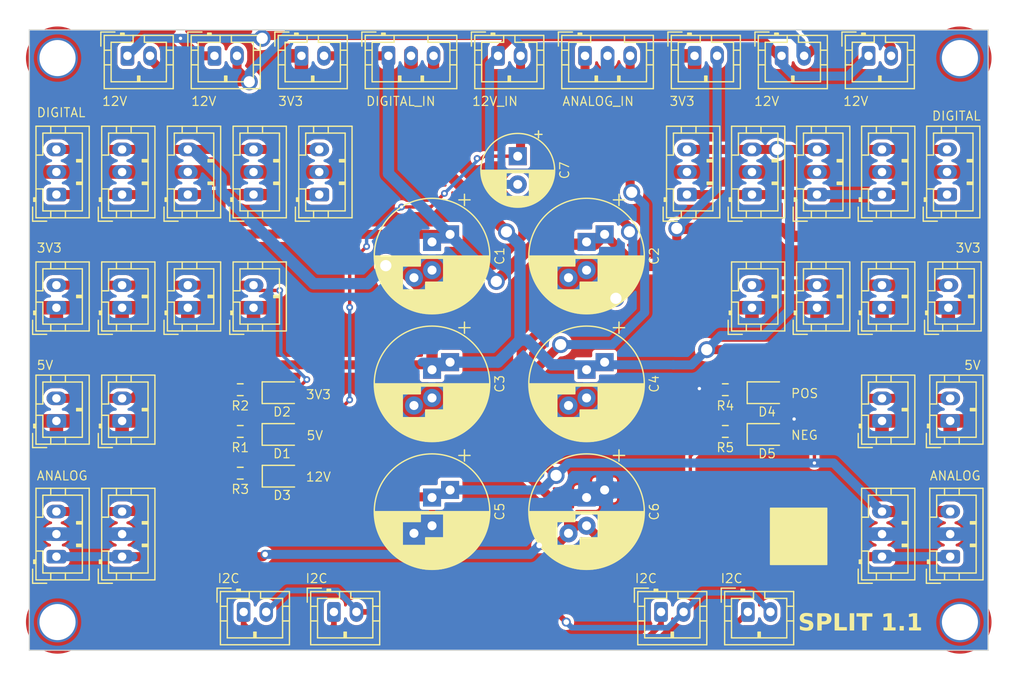
<source format=kicad_pcb>
(kicad_pcb (version 20240108) (generator "pcbnew") (generator_version "8.0")
  (layers (0 "F.Cu" signal) (31 "B.Cu" signal) (34 "B.Paste" user) (35 "F.Paste" user) (36 "B.SilkS" user "B.Silkscreen") (37 "F.SilkS" user "F.Silkscreen") (38 "B.Mask" user) (39 "F.Mask" user) (44 "Edge.Cuts" user))
  (net 0 "")
  (net 1 "GND")
  (net 2 "5V")
  (net 3 "3V3")
  (net 4 "RELAY_GND")
  (net 5 "12V")
  (net 6 "DC_POS")
  (net 7 "AGND")
  (net 8 "DC_NEG")
  (net 9 "SDA")
  (net 10 "SCL")
  (net 11 "Net-(D1-K)")
  (net 12 "Net-(D2-K)")
  (net 13 "Net-(D3-K)")
  (net 14 "Net-(D4-K)")
  (net 15 "Net-(D5-K)")
  (footprint "Connector_JST:JST_PH_B3B-PH-K_1x03_P2.00mm_Vertical" (layer "F.Cu") (at 167.257144 78.1 90)
    (property "Reference" "J13" (hide yes))
    (property "Value" "Conn_01x03_Male")
  )
  (footprint "Connector_JST:JST_PH_B3B-PH-K_1x03_P2.00mm_Vertical" (layer "F.Cu") (at 149.964286 78.1 90)
    (property "Reference" "J14" (hide yes))
    (property "Value" "Conn_01x03_Male")
  )
  (footprint "Connector_JST:JST_PH_B3B-PH-K_1x03_P2.00mm_Vertical" (layer "F.Cu") (at 94.125 78.1 90)
    (property "Reference" "J16" (hide yes))
    (property "Value" "Conn_01x03_Male")
  )
  (footprint "Capacitor_THT:CP_Radial_D10.0mm_P2.50mm_P5.00mm" (layer "F.Cu") (at 121.6 82.3 -90)
    (property "Reference" "C1")
    (property "Value" "220u 10V")
  )
  (footprint "Connector_JST:JST_PH_B2B-PH-K_1x02_P2.00mm_Vertical" (layer "F.Cu") (at 141.9 115.1)
    (property "Reference" "J32" (hide yes))
    (property "Value" "Conn_01x02_Pin")
  )
  (footprint "Connector_JST:JST_PH_B3B-PH-K_1x03_P2.00mm_Vertical" (layer "F.Cu") (at 161.492858 110.2 90)
    (property "Reference" "J7" (hide yes))
    (property "Value" "Conn_01x03_Male")
  )
  (footprint "MountingHole:MountingHole_3.2mm_M3_DIN965_Pad_TopOnly" (layer "F.Cu") (at 88.4 66 90)
    (property "Reference" "H1" (hide yes))
    (property "Value" "MountingHole")
  )
  (footprint "MountingHole:MountingHole_3.2mm_M3_DIN965_Pad_TopOnly" (layer "F.Cu") (at 88.4 116 90)
    (property "Reference" "H3" (hide yes))
    (property "Value" "MountingHole")
  )
  (footprint "Connector_JST:JST_PH_B2B-PH-K_1x02_P2.00mm_Vertical" (layer "F.Cu") (at 104.9 115.1)
    (property "Reference" "J31" (hide yes))
    (property "Value" "Conn_01x02_Pin")
  )
  (footprint "Connector_JST:JST_PH_B2B-PH-K_1x02_P2.00mm_Vertical" (layer "F.Cu") (at 112.9 115.1)
    (property "Reference" "J30" (hide yes))
    (property "Value" "Conn_01x02_Pin")
  )
  (footprint "MountingHole:MountingHole_3.2mm_M3_DIN965_Pad_TopOnly" (layer "F.Cu") (at 168.4 66 90)
    (property "Reference" "H2" (hide yes))
    (property "Value" "MountingHole")
  )
  (footprint "Capacitor_THT:CP_Radial_D10.0mm_P2.50mm_P5.00mm" (layer "F.Cu") (at 135.3 93.629063 -90)
    (property "Reference" "C4")
    (property "Value" "220u 10V")
  )
  (footprint "Capacitor_THT:CP_Radial_D10.0mm_P2.50mm_P5.00mm" (layer "F.Cu") (at 135.3 104.958126 -90)
    (property "Reference" "C6")
    (property "Value" "220u 10V")
  )
  (footprint "Connector_JST:JST_PH_B2B-PH-K_1x02_P2.00mm_Vertical" (layer "F.Cu") (at 161.492858 88.133333 90)
    (property "Reference" "J4" (hide yes))
    (property "Value" "Conn_01x02_Pin")
  )
  (footprint "Resistor_SMD:R_0603_1608Metric_Pad0.98x0.95mm_HandSolder" (layer "F.Cu") (at 104.6 99.1 180)
    (property "Reference" "R1")
    (property "Value" "R_Small")
  )
  (footprint "Connector_JST:JST_PH_B3B-PH-K_1x03_P2.00mm_Vertical" (layer "F.Cu") (at 88.3 78.1 90)
    (property "Reference" "J15" (hide yes))
    (property "Value" "Conn_01x03_Male")
  )
  (footprint "LED_SMD:LED_0805_2012Metric_Pad1.15x1.40mm_HandSolder" (layer "F.Cu") (at 108.4 95.665)
    (property "Reference" "D2")
    (property "Value" "RED")
  )
  (footprint "Connector_JST:JST_PH_B2B-PH-K_1x02_P2.00mm_Vertical" (layer "F.Cu") (at 94.125 88.133333 90)
    (property "Reference" "J11" (hide yes))
    (property "Value" "Conn_01x02_Pin")
  )
  (footprint "Connector_JST:JST_PH_B2B-PH-K_1x02_P2.00mm_Vertical" (layer "F.Cu") (at 94.125 98.166666 90)
    (property "Reference" "J27" (hide yes))
    (property "Value" "Conn_01x02_Pin")
  )
  (footprint "Connector_JST:JST_PH_B3B-PH-K_1x03_P2.00mm_Vertical" (layer "F.Cu") (at 144.2 78.1 90)
    (property "Reference" "J37" (hide yes))
    (property "Value" "Conn_01x03_Male")
  )
  (footprint "LED_SMD:LED_0805_2012Metric_Pad1.15x1.40mm_HandSolder" (layer "F.Cu") (at 151.4 99.365)
    (property "Reference" "D5")
    (property "Value" "RED")
  )
  (footprint "Resistor_SMD:R_0603_1608Metric_Pad0.98x0.95mm_HandSolder" (layer "F.Cu") (at 147.6 95.4 180)
    (property "Reference" "R4")
    (property "Value" "R_Small")
  )
  (footprint "Connector_JST:JST_PH_B2B-PH-K_1x02_P2.00mm_Vertical" (layer "F.Cu") (at 160.3 65.8)
    (property "Reference" "J24" (hide yes))
    (property "Value" "Conn_01x02_Pin")
  )
  (footprint "Connector_JST:JST_PH_B3B-PH-K_1x03_P2.00mm_Vertical" (layer "F.Cu") (at 167.535714 110.2 90)
    (property "Reference" "J21" (hide yes))
    (property "Value" "Conn_01x03_Male")
  )
  (footprint "Connector_JST:JST_PH_B2B-PH-K_1x02_P2.00mm_Vertical" (layer "F.Cu") (at 105.775 88.133333 90)
    (property "Reference" "J38" (hide yes))
    (property "Value" "Conn_01x02_Pin")
  )
  (footprint "LED_SMD:LED_0805_2012Metric_Pad1.15x1.40mm_HandSolder" (layer "F.Cu") (at 108.4125 103.065)
    (property "Reference" "D3")
    (property "Value" "RED")
  )
  (footprint "Capacitor_THT:CP_Radial_D10.0mm_P2.50mm_P5.00mm" (layer "F.Cu") (at 121.6 104.958126 -90)
    (property "Reference" "C5")
    (property "Value" "220u 10V")
  )
  (footprint "Connector_JST:JST_PH_B2B-PH-K_1x02_P2.00mm_Vertical" (layer "F.Cu") (at 149.964286 88.133333 90)
    (property "Reference" "J39" (hide yes))
    (property "Value" "Conn_01x02_Pin")
  )
  (footprint "Connector_JST:JST_PH_B2B-PH-K_1x02_P2.00mm_Vertical" (layer "F.Cu") (at 144.875 65.8)
    (property "Reference" "J34" (hide yes))
    (property "Value" "Conn_01x02_Pin")
  )
  (footprint "Connector_JST:JST_PH_B3B-PH-K_1x03_P2.00mm_Vertical" (layer "F.Cu") (at 94.125 110.2 90)
    (property "Reference" "J22" (hide yes))
    (property "Value" "Conn_01x03_Male")
  )
  (footprint "LED_SMD:LED_0805_2012Metric_Pad1.15x1.40mm_HandSolder" (layer "F.Cu") (at 151.4 95.665)
    (property "Reference" "D4")
    (property "Value" "RED")
  )
  (footprint "Connector_JST:JST_PH_B2B-PH-K_1x02_P2.00mm_Vertical" (layer "F.Cu") (at 155.728572 88.133333 90)
    (property "Reference" "J12" (hide yes))
    (property "Value" "Conn_01x02_Pin")
  )
  (footprint "Connector_JST:JST_PH_B3B-PH-K_1x03_P2.00mm_Vertical" (layer "F.Cu") (at 88.3 110.2 90)
    (property "Reference" "J20" (hide yes))
    (property "Value" "Conn_01x03_Male")
  )
  (footprint "Connector_JST:JST_PH_B3B-PH-K_1x03_P2.00mm_Vertical" (layer "F.Cu") (at 135.1625 65.8)
    (property "Reference" "J3" (hide yes))
    (property "Value" "Conn_01x03_Pin")
  )
  (footprint "Capacitor_THT:CP_Radial_D10.0mm_P2.50mm_P5.00mm" (layer "F.Cu") (at 121.6 93.629063 -90)
    (property "Reference" "C3")
    (property "Value" "220u 10V")
  )
  (footprint "Connector_JST:JST_PH_B2B-PH-K_1x02_P2.00mm_Vertical" (layer "F.Cu") (at 99.95 88.133333 90)
    (property "Reference" "J9" (hide yes))
    (property "Value" "Conn_01x02_Pin")
  )
  (footprint "Connector_JST:JST_PH_B2B-PH-K_1x02_P2.00mm_Vertical" (layer "F.Cu") (at 110.025 65.8)
    (property "Reference" "J35" (hide yes))
    (property "Value" "Conn_01x02_Pin")
  )
  (footprint "Connector_JST:JST_PH_B2B-PH-K_1x02_P2.00mm_Vertical" (layer "F.Cu") (at 167.371428 88.133333 90)
    (property "Reference" "J8" (hide yes))
    (property "Value" "Conn_01x02_Pin")
  )
  (footprint "Resistor_SMD:R_0603_1608Metric_Pad0.98x0.95mm_HandSolder" (layer "F.Cu") (at 104.6 102.8 180)
    (property "Reference" "R3")
    (property "Value" "R_Small")
  )
  (footprint "Connector_JST:JST_PH_B3B-PH-K_1x03_P2.00mm_Vertical" (layer "F.Cu") (at 105.775 78.1 90)
    (property "Reference" "J18" (hide yes))
    (property "Value" "Conn_01x03_Male")
  )
  (footprint "Connector_JST:JST_PH_B2B-PH-K_1x02_P2.00mm_Vertical" (layer "F.Cu") (at 127.45 65.8)
    (property "Reference" "J2" (hide yes))
    (property "Value" "Conn_01x02_Pin")
  )
  (footprint "Resistor_SMD:R_0603_1608Metric_Pad0.98x0.95mm_HandSolder" (layer "F.Cu") (at 147.6 99.1 180)
    (property "Reference" "R5")
    (property "Value" "R_Small")
  )
  (footprint "Connector_JST:JST_PH_B2B-PH-K_1x02_P2.00mm_Vertical" (layer "F.Cu") (at 161.492858 98.166666 90)
    (property "Reference" "J28" (hide yes))
    (property "Value" "Conn_01x02_Pin")
  )
  (footprint "Resistor_SMD:R_0603_1608Metric_Pad0.98x0.95mm_HandSolder" (layer "F.Cu") (at 104.6 95.4 180)
    (property "Reference" "R2")
    (property "Value" "R_Small")
  )
  (footprint "Connector_JST:JST_PH_B3B-PH-K_1x03_P2.00mm_Vertical" (layer "F.Cu") (at 161.492858 78.1 90)
    (property "Reference" "J17" (hide yes))
    (property "Value" "Conn_01x03_Male")
  )
  (footprint "LED_SMD:LED_0805_2012Metric_Pad1.15x1.40mm_HandSolder" (layer "F.Cu") (at 108.4 99.365)
    (property "Reference" "D1")
    (property "Value" "RED")
  )
  (footprint "Capacitor_THT:CP_Radial_D10.0mm_P2.50mm_P5.00mm" (layer "F.Cu") (at 135.3 82.3 -90)
    (property "Reference" "C2")
    (property "Value" "220u 10V")
  )
  (footprint "Connector_JST:JST_PH_B2B-PH-K_1x02_P2.00mm_Vertical" (layer "F.Cu") (at 167.535714 98.166666 90)
    (property "Reference" "J29" (hide yes))
    (property "Value" "Conn_01x02_Pin")
  )
  (footprint "MountingHole:MountingHole_3.2mm_M3_DIN965_Pad_TopOnly" (layer "F.Cu") (at 168.4 116 90)
    (property "Reference" "H4" (hide yes))
    (property "Value" "MountingHole")
  )
  (footprint "Capacitor_THT:CP_Radial_D6.3mm_P2.50mm" (layer "F.Cu") (at 129.2 74.7 -90)
    (property "Reference" "C7")
    (property "Value" "220u 10V")
  )
  (footprint "Connector_JST:JST_PH_B3B-PH-K_1x03_P2.00mm_Vertical" (layer "F.Cu") (at 117.7375 65.8)
    (property "Reference" "J1" (hide yes))
    (property "Value" "Conn_01x03_Pin")
  )
  (footprint "Connector_JST:JST_PH_B2B-PH-K_1x02_P2.00mm_Vertical" (layer "F.Cu") (at 88.3 98.166666 90)
    (property "Reference" "J26" (hide yes))
    (property "Value" "Conn_01x02_Pin")
  )
  (footprint "Connector_JST:JST_PH_B3B-PH-K_1x03_P2.00mm_Vertical" (layer "F.Cu") (at 155.728572 78.1 90)
    (property "Reference" "J5" (hide yes))
    (property "Value" "Conn_01x03_Male")
  )
  (footprint "Connector_JST:JST_PH_B3B-PH-K_1x03_P2.00mm_Vertical" (layer "F.Cu") (at 99.95 78.1 90)
    (property "Reference" "J19" (hide yes))
    (property "Value" "Conn_01x03_Male")
  )
  (footprint "Connector_JST:JST_PH_B3B-PH-K_1x03_P2.00mm_Vertical" (layer "F.Cu") (at 111.6 78.1 90)
    (property "Reference" "J36" (hide yes))
    (property "Value" "Conn_01x03_Male")
  )
  (footprint "Connector_JST:JST_PH_B2B-PH-K_1x02_P2.00mm_Vertical" (layer "F.Cu") (at 88.3 88.133333 90)
    (property "Reference" "J10" (hide yes))
    (property "Value" "Conn_01x02_Pin")
  )
  (footprint "Connector_JST:JST_PH_B2B-PH-K_1x02_P2.00mm_Vertical" (layer "F.Cu") (at 94.6 65.8)
    (property "Reference" "J25" (hide yes))
    (property "Value" "Conn_01x02_Pin")
  )
  (footprint "Connector_JST:JST_PH_B2B-PH-K_1x02_P2.00mm_Vertical" (layer "F.Cu") (at 152.5875 65.8)
    (property "Reference" "J6" (hide yes))
    (property "Value" "Conn_01x02_Pin")
  )
  (footprint "Connector_JST:JST_PH_B2B-PH-K_1x02_P2.00mm_Vertical" (layer "F.Cu") (at 102.3125 65.8)
    (property "Reference" "J23" (hide yes))
    (property "Value" "Conn_01x02_Pin")
  )
  (footprint "Connector_JST:JST_PH_B2B-PH-K_1x02_P2.00mm_Vertical" (layer "F.Cu") (at 149.6 115.1)
    (property "Reference" "J33" (hide yes))
    (property "Value" "Conn_01x02_Pin")
  )
  (gr_rect (start 151.6 105.9) (end 156.6 110.9) (stroke (width 0.1)) (fill solid) (layer "F.SilkS"))
  (gr_line (start 170.9 63.5) (end 170.9 118.5) (stroke (width 0.1)) (layer "Edge.Cuts"))
  (gr_line (start 85.9 63.5) (end 170.9 63.5) (stroke (width 0.1)) (layer "Edge.Cuts"))
  (gr_line (start 85.9 118.5) (end 85.9 63.5) (stroke (width 0.1)) (layer "Edge.Cuts"))
  (gr_line (start 170.9 118.5) (end 85.9 118.5) (stroke (width 0.1)) (layer "Edge.Cuts"))
  (gr_text "DIGITAL_IN" (at 115.7 70.3 0) (layer "F.SilkS") (effects (font (size 0.8 0.8) (thickness 0.1)) (justify left bottom)))
  (gr_text "NEG" (at 155.861905 99.9 0) (layer "F.SilkS") (effects (font (size 0.8 0.8) (thickness 0.1)) (justify right bottom)))
  (gr_text "ANALOG_IN" (at 133.1 70.3 0) (layer "F.SilkS") (effects (font (size 0.8 0.8) (thickness 0.1)) (justify left bottom)))
  (gr_text "3V3" (at 142.6 70.3 0) (layer "F.SilkS") (effects (font (size 0.8 0.8) (thickness 0.1)) (justify left bottom)))
  (gr_text "DIGITAL" (at 86.5 71.3 0) (layer "F.SilkS") (effects (font (size 0.8 0.8) (thickness 0.1)) (justify left bottom)))
  (gr_text "3V3\n" (at 86.5 83.3 0) (layer "F.SilkS") (effects (font (size 0.8 0.8) (thickness 0.1)) (justify left bottom)))
  (gr_text "I2C" (at 112.4 112.6 0) (layer "F.SilkS") (effects (font (size 0.8 0.8) (thickness 0.1)) (justify right bottom)))
  (gr_text "3V3\n" (at 170.3 83.3 0) (layer "F.SilkS") (effects (font (size 0.8 0.8) (thickness 0.1)) (justify right bottom)))
  (gr_text "12V" (at 92.3 70.3 0) (layer "F.SilkS") (effects (font (size 0.8 0.8) (thickness 0.1)) (justify left bottom)))
  (gr_text "I2C" (at 104.6 112.6 0) (layer "F.SilkS") (effects (font (size 0.8 0.8) (thickness 0.1)) (justify right bottom)))
  (gr_text "ANALOG" (at 170.3 103.5 0) (layer "F.SilkS") (effects (font (size 0.8 0.8) (thickness 0.1)) (justify right bottom)))
  (gr_text "I2C" (at 149.2 112.6 0) (layer "F.SilkS") (effects (font (size 0.8 0.8) (thickness 0.1)) (justify right bottom)))
  (gr_text "12V" (at 100.2 70.3 0) (layer "F.SilkS") (effects (font (size 0.8 0.8) (thickness 0.1)) (justify left bottom)))
  (gr_text "5V\n" (at 112 99.935 0) (layer "F.SilkS") (effects (font (size 0.8 0.8) (thickness 0.1)) (justify right bottom)))
  (gr_text "I2C" (at 141.6 112.6 0) (layer "F.SilkS") (effects (font (size 0.8 0.8) (thickness 0.1)) (justify right bottom)))
  (gr_text "12V" (at 112.7 103.6 0) (layer "F.SilkS") (effects (font (size 0.8 0.8) (thickness 0.1)) (justify right bottom)))
  (gr_text "5V\n" (at 86.5 93.7 0) (layer "F.SilkS") (effects (font (size 0.8 0.8) (thickness 0.1)) (justify left bottom)))
  (gr_text "12V_IN" (at 125.1 70.3 0) (layer "F.SilkS") (effects (font (size 0.8 0.8) (thickness 0.1)) (justify left bottom)))
  (gr_text "12V" (at 158 70.3 0) (layer "F.SilkS") (effects (font (size 0.8 0.8) (thickness 0.1)) (justify left bottom)))
  (gr_text "3V3\n" (at 107.9 70.3 0) (layer "F.SilkS") (effects (font (size 0.8 0.8) (thickness 0.1)) (justify left bottom)))
  (gr_text "12V" (at 150.1 70.3 0) (layer "F.SilkS") (effects (font (size 0.8 0.8) (thickness 0.1)) (justify left bottom)))
  (gr_text "DIGITAL" (at 170.3 71.6 0) (layer "F.SilkS") (effects (font (size 0.8 0.8) (thickness 0.1)) (justify right bottom)))
  (gr_text "3V3" (at 112.7 96.3 0) (layer "F.SilkS") (effects (font (size 0.8 0.8) (thickness 0.1)) (justify right bottom)))
  (gr_text "SPLIT 1.1" (at 165.1 117 0) (layer "F.SilkS") (effects (font (size 1.5 1.5) (thickness 0.2) (bold yes)) (justify right bottom)))
  (gr_text "POS" (at 155.9 96.2 0) (layer "F.SilkS") (effects (font (size 0.8 0.8) (thickness 0.1)) (justify right bottom)))
  (gr_text "5V\n" (at 170.3 93.7 0) (layer "F.SilkS") (effects (font (size 0.8 0.8) (thickness 0.1)) (justify right bottom)))
  (gr_text "ANALOG" (at 86.5 103.5 0) (layer "F.SilkS") (effects (font (size 0.8 0.8) (thickness 0.1)) (justify left bottom)))
  (segment (start 160.471428 96.166666) (end 167.535714 96.166666) (width 0.8) (layer "F.Cu") (net 2))
  (segment (start 98.06119 93.19119) (end 95.085714 96.166666) (width 0.8) (layer "F.Cu") (net 2))
  (segment (start 121.7375 65.8) (end 121.7375 74.9375) (width 1) (layer "F.Cu") (net 2))
  (segment (start 112.4 93.39119) (end 112.2 93.19119) (width 0.3) (layer "F.Cu") (net 2))
  (segment (start 121.162127 93.19119) (end 112.2 93.19119) (width 0.8) (layer "F.Cu") (net 2))
  (segment (start 112.4 97.2) (end 112.4 93.39119) (width 0.3) (layer "F.Cu") (net 2))
  (segment (start 110.235 99.365) (end 112.4 97.2) (width 0.3) (layer "F.Cu") (net 2))
  (segment (start 109.425 99.365) (end 110.235 99.365) (width 0.3) (layer "F.Cu") (net 2))
  (segment (start 112.2 93.19119) (end 98.06119 93.19119) (width 0.8) (layer "F.Cu") (net 2))
  (segment (start 117.5 85.7) (end 121.6 89.8) (width 1) (layer "F.Cu") (net 2))
  (segment (start 160.471428 96.166666) (end 158.766666 96.166666) (width 0.8) (layer "F.Cu") (net 2))
  (segment (start 144.2 74.1) (end 152.200006 74.1) (width 0.8) (layer "F.Cu") (net 2))
  (segment (start 117.5 84.4) (end 117.5 85.7) (width 1) (layer "F.Cu") (net 2))
  (segment (start 121.6 93.629063) (end 121.162127 93.19119) (width 0.8) (layer "F.Cu") (net 2))
  (segment (start 121.6 89.8) (end 121.6 93.629063) (width 1) (layer "F.Cu") (net 2))
  (segment (start 153.3 74.1) (end 152.200006 74.1) (width 0.8) (layer "F.Cu") (net 2))
  (segment (start 167.257144 74.1) (end 153.3 74.1) (width 0.8) (layer "F.Cu") (net 2))
  (segment (start 158.766666 96.166666) (end 154.45 91.85) (width 0.8) (layer "F.Cu") (net 2))
  (segment (start 121.7375 74.9375) (end 128.2 81.4) (width 1) (layer "F.Cu") (net 2))
  (segment (start 154.45 91.85) (end 145.95 91.85) (width 0.8) (layer "F.Cu") (net 2))
  (segment (start 88.3 96.166666) (end 95.085714 96.166666) (width 0.8) (layer "F.Cu") (net 2))
  (segment (start 88.3 74.1) (end 111.6 74.1) (width 0.8) (layer "F.Cu") (net 2))
  (via (at 145.95 91.85) (size 1.5) (drill 1) (layers "F.Cu" "B.Cu") (net 2))
  (via (at 128.2 81.4) (size 1.5) (drill 1) (layers "F.Cu" "B.Cu") (net 2))
  (via (at 117.5 84.4) (size 1.5) (drill 1) (layers "F.Cu" "B.Cu") (net 2))
  (via (at 152.200006 74.1) (size 1.5) (drill 1) (layers "F.Cu" "B.Cu") (net 2))
  (segment (start 132.19119 93.19119) (end 134 93.19119) (width 1) (layer "B.Cu") (net 2))
  (segment (start 111.1 86) (end 115.9 86) (width 1) (layer "B.Cu") (net 2))
  (segment (start 143 93.2) (end 142.99119 93.19119) (width 0.8) (layer "B.Cu") (net 2))
  (segment (start 102.9 77.8) (end 111.1 86) (width 1) (layer "B.Cu") (net 2))
  (segment (start 102.9 76.6) (end 102.9 77.8) (width 1) (layer "B.Cu") (net 2))
  (segment (start 100.4 74.1) (end 102.9 76.6) (width 1) (layer "B.Cu") (net 2))
  (segment (start 153.3 88.3) (end 153.3 74.1) (width 0.8) (layer "B.Cu") (net 2))
  (segment (start 129.4 91) (end 129.4 82.6) (width 1) (layer "B.Cu") (net 2))
  (segment (start 129.4 82.6) (end 128.2 81.4) (width 1) (layer "B.Cu") (net 2))
  (segment (start 145.95 91.85) (end 144.6 93.2) (width 0.8) (layer "B.Cu") (net 2))
  (segment (start 127.441874 92.958126) (end 123.199998 92.958126) (width 1) (layer "B.Cu") (net 2))
  (segment (start 120.729554 92.958126) (end 123.199998 92.958126) (width 0.8) (layer "B.Cu") (net 2))
  (segment (start 99.95 74.1) (end 100.4 74.1) (width 1) (layer "B.Cu") (net 2))
  (segment (start 145.95 91.85) (end 147.2 90.6) (width 0.8) (layer "B.Cu") (net 2))
  (segment (start 147.2 90.6) (end 151 90.6) (width 0.8) (layer "B.Cu") (net 2))
  (segment (start 153.3 74.1) (end 152.200006 74.1) (width 0.8) (layer "B.Cu") (net 2))
  (segment (start 130 91) (end 132.19119 93.19119) (width 1) (layer "B.Cu") (net 2))
  (segment (start 115.9 86) (end 117.5 84.4) (width 1) (layer "B.Cu") (net 2))
  (segment (start 129.4 91) (end 127.441874 92.958126) (width 1) (layer "B.Cu") (net 2))
  (segment (start 129.4 91) (end 130 91) (width 1) (layer "B.Cu") (net 2))
  (segment (start 144.6 93.2) (end 143 93.2) (width 0.8) (layer "B.Cu") (net 2))
  (segment (start 151 90.6) (end 153.3 88.3) (width 0.8) (layer "B.Cu") (net 2))
  (segment (start 142.99119 93.19119) (end 134 93.19119) (width 0.8) (layer "B.Cu") (net 2))
  (segment (start 152.6 81.1) (end 143.3 81.1) (width 1) (layer "F.Cu") (net 3))
  (segment (start 95.085714 86.133333) (end 88.3 86.133333) (width 0.8) (layer "F.Cu") (net 3))
  (segment (start 112.025 65.8) (end 117.7375 65.8) (width 0.8) (layer "F.Cu") (net 3))
  (segment (start 167.371428 86.133333) (end 161.492858 86.133333) (width 1) (layer "F.Cu") (net 3))
  (segment (start 143.3 83.76476) (end 143.3 81.1) (width 0.8) (layer "F.Cu") (net 3))
  (segment (start 109.425 95.575) (end 110.5 94.5) (width 0.3) (layer "F.Cu") (net 3))
  (segment (start 156.5 81.8) (end 153.3 81.8) (width 1) (layer "F.Cu") (net 3))
  (segment (start 105.775 78.1) (end 102.7 78.1) (width 1) (layer "F.Cu") (net 3))
  (segment (start 102.9 78.3) (end 102.9 80.3) (width 0.8) (layer "F.Cu") (net 3))
  (segment (start 102.7 78.1) (end 102.9 78.3) (width 0.8) (layer "F.Cu") (net 3))
  (segment (start 104.2 81.6) (end 112.157142 81.6) (width 0.8) (layer "F.Cu") (net 3))
  (segment (start 158.4 83.7) (end 158.4 86.133333) (width 1) (layer "F.Cu") (net 3))
  (segment (start 130.6 82.5) (end 136.029063 82.5) (width 1) (layer "F.Cu") (net 3))
  (segment (start 153.3 81.8) (end 152.6 81.1) (width 1) (layer "F.Cu") (net 3))
  (segment (start 123.2 81.629063) (end 112.186205 81.629063) (width 0.8) (layer "F.Cu") (net 3))
  (segment (start 167.257144 78.1) (end 161.492858 78.1) (width 0.8) (layer "F.Cu") (net 3))
  (segment (start 105.775 78.1) (end 111.6 78.1) (width 1) (layer "F.Cu") (net 3))
  (segment (start 112.186205 81.629063) (end 112.157142 81.6) (width 0.8) (layer "F.Cu") (net 3))
  (segment (start 97.5 86.133333) (end 95.085714 86.133333) (width 0.8) (layer "F.Cu") (net 3))
  (segment (start 155.728572 86.133333) (end 158.4 86.133333) (width 1) (layer "F.Cu") (net 3))
  (segment (start 136.029063 82.5) (end 136.900001 81.629062) (width 1) (layer "F.Cu") (net 3))
  (segment (start 102.033333 81.6) (end 104.2 81.6) (width 0.8) (layer "F.Cu") (net 3))
  (segment (start 153.4 81.333333) (end 153.4 78.1) (width 0.8) (layer "F.Cu") (net 3))
  (segment (start 149.964286 86.133333) (end 155.728572 86.133333) (width 1) (layer "F.Cu") (net 3))
  (segment (start 108.1 86.6) (end 106.275 86.6) (width 0.3) (layer "F.Cu") (net 3))
  (segment (start 153.4 78.1) (end 149.964286 78.1) (width 0.8) (layer "F.Cu") (net 3))
  (segment (start 105.775 86.1) (end 105.741667 86.133333) (width 0.8) (layer "F.Cu") (net 3))
  (segment (start 158.4 86.133333) (end 161.492858 86.133333) (width 1) (layer "F.Cu") (net 3))
  (segment (start 97.5 86.133333) (end 102.033333 81.6) (width 0.8) (layer "F.Cu") (net 3))
  (segment (start 127.3 85.8) (end 130.6 82.5) (width 1) (layer "F.Cu") (net 3))
  (segment (start 142.58238 84.48238) (end 143.3 83.76476) (width 0.8) (layer "F.Cu") (net 3))
  (segment (start 149.964286 78.1) (end 144.2 78.1) (width 0.8) (layer "F.Cu") (net 3))
  (segment (start 155.728572 78.1) (end 153.4 78.1) (width 0.8) (layer "F.Cu") (net 3))
  (segment (start 88.3 78.1) (end 102.7 78.1) (width 0.8) (layer "F.Cu") (net 3))
  (segment (start 105.741667 86.133333) (end 97.5 86.133333) (width 0.8) (layer "F.Cu") (net 3))
  (segment (start 102.9 80.3) (end 104.2 81.6) (width 0.8) (layer "F.Cu") (net 3))
  (segment (start 136.900001 81.629062) (end 139.753319 84.48238) (width 0.8) (layer "F.Cu") (net 3))
  (segment (start 139.753319 84.48238) (end 142.58238 84.48238) (width 0.8) (layer "F.Cu") (net 3))
  (segment (start 156.5 81.8) (end 158.4 83.7) (width 1) (layer "F.Cu") (net 3))
  (segment (start 106.275 86.6) (end 105.775 86.1) (width 0.3) (layer "F.Cu") (net 3))
  (via (at 143.3 81.1) (size 1.5) (drill 1) (layers "F.Cu" "B.Cu") (net 3))
  (via (at 108.1 86.6) (size 0.6) (drill 0.3) (layers "F.Cu" "B.Cu") (net 3))
  (via (at 110.5 94.5) (size 0.6) (drill 0.3) (layers "F.Cu" "B.Cu") (net 3))
  (via (at 127.3 85.8) (size 1.5) (drill 1) (layers "F.Cu" "B.Cu") (net 3))
  (segment (start 108.2 92.2) (end 108.2 86.7) (width 0.3) (layer "B.Cu") (net 3))
  (segment (start 146.875 77.525) (end 143.3 81.1) (width 0.8) (layer "B.Cu") (net 3))
  (segment (start 117.7375 65.8) (end 117.7375 76.2375) (width 1) (layer "B.Cu") (net 3))
  (segment (start 117.7375 76.2375) (end 127.3 85.8) (width 1) (layer "B.Cu") (net 3))
  (segment (start 146.875 65.8) (end 146.875 77.525) (width 0.8) (layer "B.Cu") (net 3))
  (segment (start 108.2 86.7) (end 108.1 86.6) (width 0.3) (layer "B.Cu") (net 3))
  (segment (start 110.5 94.5) (end 108.2 92.2) (width 0.3) (layer "B.Cu") (net 3))
  (segment (start 155.728572 78.1) (end 161.492858 78.1) (width 0.8) (layer "B.Cu") (net 3))
  (segment (start 150.6 64.1) (end 152.3 65.8) (width 0.8) (layer "F.Cu") (net 4))
  (segment (start 128.6 64.2) (end 128.7 64.1) (width 0.8) (layer "F.Cu") (net 4))
  (segment (start 106.790813 64) (end 128.4 64) (width 0.8) (layer "F.Cu") (net 4))
  (segment (start 127.45 65.35) (end 128.6 64.2) (width 0.8) (layer "F.Cu") (net 4))
  (segment (start 100.85 65.8) (end 99.3 64.25) (width 0.8) (layer "F.Cu") (net 4))
  (segment (start 106.540813 64.25) (end 106.790813 64) (width 0.8) (layer "F.Cu") (net 4))
  (segment (start 102.3125 65.8) (end 100.85 65.8) (width 0.8) (layer "F.Cu") (net 4))
  (segment (start 128.4 64) (end 128.6 64.2) (width 0.8) (layer "F.Cu") (net 4))
  (segment (start 128.7 64.1) (end 150.6 64.1) (width 0.8) (layer "F.Cu") (net 4))
  (via (at 106.540813 64.25) (size 1.5) (drill 1) (layers "F.Cu" "B.Cu") (net 4))
  (via (at 99.3 64.25) (size 0.6) (drill 0.3) (layers "F.Cu" "B.Cu") (net 4))
  (segment (start 106.540813 64.25) (end 96.15 64.25) (width 0.8) (layer "B.Cu") (net 4))
  (segment (start 127.45 65.8) (end 126.7 66.55) (width 0.8) (layer "B.Cu") (net 4))
  (segment (start 158.5 67.6) (end 153.7 67.6) (width 0.8) (layer "B.Cu") (net 4))
  (segment (start 96.15 64.25) (end 94.6 65.8) (width 0.8) (layer "B.Cu") (net 4))
  (segment (start 153.7 67.6) (end 152.5875 66.4875) (width 0.8) (layer "B.Cu") (net 4))
  (segment (start 126.7 66.55) (end 126.7 76.8) (width 0.8) (layer "B.Cu") (net 4))
  (segment (start 152.5875 66.4875) (end 152.5875 65.8) (width 0.8) (layer "B.Cu") (net 4))
  (segment (start 127.1 77.2) (end 129.2 77.2) (width 0.8) (layer "B.Cu") (net 4))
  (segment (start 126.7 76.8) (end 127.1 77.2) (width 0.8) (layer "B.Cu") (net 4))
  (segment (start 160.3 65.8) (end 158.5 67.6) (width 0.8) (layer "B.Cu") (net 4))
  (segment (start 156.5 64.1) (end 161.4 64.1) (width 0.8) (layer "F.Cu") (net 5))
  (segment (start 96.6 66.075) (end 98.625 68.1) (width 0.8) (layer "F.Cu") (net 5))
  (segment (start 114.3 88.1) (end 114.3 84.2) (width 0.3) (layer "F.Cu") (net 5))
  (segment (start 104.3125 67.012498) (end 105.400002 68.1) (width 0.8) (layer "F.Cu") (net 5))
  (segment (start 118.9 79.2) (end 121.5 79.2) (width 0.3) (layer "F.Cu") (net 5))
  (segment (start 162.3 65) (end 162.3 65.8) (width 0.8) (layer "F.Cu") (net 5))
  (segment (start 114.3 84.2) (end 115.8 82.7) (width 0.3) (layer "F.Cu") (net 5))
  (segment (start 126.2 74.7) (end 129.2 74.7) (width 0.3) (layer "F.Cu") (net 5))
  (segment (start 98.625 68.1) (end 105.400002 68.1) (width 0.8) (layer "F.Cu") (net 5))
  (segment (start 154.8 65.8) (end 156.5 64.1) (width 0.8) (layer "F.Cu") (net 5))
  (segment (start 161.4 64.1) (end 162.3 65) (width 0.8) (layer "F.Cu") (net 5))
  (segment (start 125.6 74.9) (end 126 74.9) (width 0.3) (layer "F.Cu") (net 5))
  (segment (start 126 74.9) (end 126.2 74.7) (width 0.3) (layer "F.Cu") (net 5))
  (segment (start 109.4375 101.1625) (end 114.3 96.3) (width 0.3) (layer "F.Cu") (net 5))
  (segment (start 121.5 79.2) (end 122.7 78) (width 0.3) (layer "F.Cu") (net 5))
  (segment (start 129.45 74.45) (end 129.45 65.8) (width 0.8) (layer "F.Cu") (net 5))
  (segment (start 104.3125 65.8) (end 104.3125 67.012498) (width 0.8) (layer "F.Cu") (net 5))
  (segment (start 109.4375 103.065) (end 109.4375 101.1625) (width 0.3) (layer "F.Cu") (net 5))
  (via (at 115.8 82.7) (size 0.6) (drill 0.3) (layers "F.Cu" "B.Cu") (net 5))
  (via (at 125.6 74.9) (size 0.6) (drill 0.3) (layers "F.Cu" "B.Cu") (net 5))
  (via (at 105.400002 68.1) (size 1.5) (drill 1) (layers "F.Cu" "B.Cu") (net 5))
  (via (at 118.9 79.2) (size 0.6) (drill 0.3) (layers "F.Cu" "B.Cu") (net 5))
  (via (at 114.3 88.1) (size 0.6) (drill 0.3) (layers "F.Cu" "B.Cu") (net 5))
  (via (at 122.7 78) (size 0.6) (drill 0.3) (layers "F.Cu" "B.Cu") (net 5))
  (via (at 114.3 96.3) (size 0.6) (drill 0.3) (layers "F.Cu" "B.Cu") (net 5))
  (segment (start 154.3 65.8) (end 154.3 64.6) (width 0.8) (layer "B.Cu") (net 5))
  (segment (start 128.45 63.9) (end 108.8 63.9) (width 0.8) (layer "B.Cu") (net 5))
  (segment (start 118.7 79.4) (end 118.9 79.2) (width 0.3) (layer "B.Cu") (net 5))
  (segment (start 129.45 64.9) (end 129.45 65.8) (width 0.8) (layer "B.Cu") (net 5))
  (segment (start 122.7 78) (end 125.6 75.1) (width 0.3) (layer "B.Cu") (net 5))
  (segment (start 115.8 82) (end 118.4 79.4) (width 0.3) (layer "B.Cu") (net 5))
  (segment (start 118.4 79.4) (end 118.7 79.4) (width 0.3) (layer "B.Cu") (net 5))
  (segment (start 114.3 96.3) (end 114.3 88.1) (width 0.3) (layer "B.Cu") (net 5))
  (segment (start 115.8 82.7) (end 115.8 82) (width 0.3) (layer "B.Cu") (net 5))
  (segment (start 125.6 75.1) (end 125.6 74.9) (width 0.3) (layer "B.Cu") (net 5))
  (segment (start 105.400002 67.299998) (end 105.400002 68.1) (width 0.8) (layer "B.Cu") (net 5))
  (segment (start 154.3 64.6) (end 153.6 63.9) (width 0.8) (layer "B.Cu") (net 5))
  (segment (start 128.45 63.9) (end 129.45 64.9) (width 0.8) (layer "B.Cu") (net 5))
  (segment (start 108.8 63.9) (end 105.400002 67.299998) (width 0.8) (layer "B.Cu") (net 5))
  (segment (start 153.6 63.9) (end 128.45 63.9) (width 0.8) (layer "B.Cu") (net 5))
  (segment (start 139.1625 77.7625) (end 139.3 77.9) (width 0.8) (layer "F.Cu") (net 6))
  (segment (start 121.9 104.9) (end 96.385714 104.9) (width 0.8) (layer "F.Cu") (net 6))
  (segment (start 155.5 96.9) (end 155.5 101.9) (width 0.3) (layer "F.Cu") (net 6))
  (segment (start 167.535714 106.2) (end 161.492858 106.2) (width 1) (layer "F.Cu") (net 6))
  (segment (start 88.3 106.2) (end 95.085714 106.2) (width 0.8) (layer "F.Cu") (net 6))
  (segment (start 130.8 101.2) (end 132.6 103) (width 0.8) (layer "F.Cu") (net 6))
  (segment (start 96.385714 104.9) (end 95.085714 106.2) (width 0.8) (layer "F.Cu") (net 6))
  (segment (start 152.425 95.665) (end 154.265 95.665) (width 0.3) (layer "F.Cu") (net 6))
  (segment (start 139.1625 65.8) (end 139.1625 77.7625) (width 0.8) (layer "F.Cu") (net 6))
  (segment (start 154.265 95.665) (end 155.5 96.9) (width 0.3) (layer "F.Cu") (net 6))
  (segment (start 130.8 93.6) (end 130.8 101.2) (width 0.8) (layer "F.Cu") (net 6))
  (segment (start 133 91.4) (end 130.8 93.6) (width 0.8) (layer "F.Cu") (net 6))
  (via (at 133 91.4) (size 1.5) (drill 1) (layers "F.Cu" "B.Cu") (net 6))
  (via (at 155.5 101.9) (size 0.6) (drill 0.3) (layers "F.Cu" "B.Cu") (net 6))
  (via (at 132.6 103) (size 1.5) (drill 1) (layers "F.Cu" "B.Cu") (net 6))
  (via (at 139.3 77.9) (size 1.5) (drill 1) (layers "F.Cu" "B.Cu") (net 6))
  (segment (start 133.7 101.9) (end 132.6 103) (width 0.8) (layer "B.Cu") (net 6))
  (segment (start 155.5 101.9) (end 133.7 101.9) (width 0.8) (layer "B.Cu") (net 6))
  (segment (start 140.45 88.55) (end 140.45 79.05) (width 0.8) (layer "B.Cu") (net 6))
  (segment (start 140.45 79.05) (end 139.3 77.9) (width 0.8) (layer "B.Cu") (net 6))
  (segment (start 137.6 91.4) (end 140.45 88.55) (width 0.8) (layer "B.Cu") (net 6))
  (segment (start 157.192858 101.9) (end 155.5 101.9) (width 0.8) (layer "B.Cu") (net 6))
  (segment (start 161.492858 106.2) (end 157.192858 101.9) (width 0.8) (layer "B.Cu") (net 6))
  (segment (start 133 91.4) (end 137.6 91.4) (width 0.8) (layer "B.Cu") (net 6))
  (segment (start 123.2 104.287189) (end 131.312811 104.287189) (width 0.8) (layer "B.Cu") (net 6))
  (segment (start 131.312811 104.287189) (end 132.6 103) (width 0.8) (layer "B.Cu") (net 6))
  (segment (start 146.6875 95.4) (end 145.4 95.4) (width 0.3) (layer "F.Cu") (net 7))
  (segment (start 152.425 99.275) (end 153.7 98) (width 0.3) (layer "F.Cu") (net 7))
  (segment (start 145.4 95.4) (end 145.3 95.3) (width 0.3) (layer "F.Cu") (net 7))
  (via (at 153.7 98) (size 0.6) (drill 0.3) (layers "F.Cu" "B.Cu") (net 7))
  (via (at 145.3 95.3) (size 0.6) (drill 0.3) (layers "F.Cu" "B.Cu") (net 7))
  (segment (start 135.3 107.458126) (end 134.370937 107.458126) (width 0.8) (layer "F.Cu") (net 8))
  (segment (start 146.6875 99.1) (end 144.5 101.2875) (width 0.3) (layer "F.Cu") (net 8))
  (segment (start 131.1 109.2) (end 132.629063 109.2) (width 0.8) (layer "F.Cu") (net 8))
  (segment (start 137.9 87.3) (end 135.8 89.4) (width 0.8) (layer "F.Cu") (net 8))
  (segment (start 135.8 89.4) (end 131.9 89.4) (width 0.8) (layer "F.Cu") (net 8))
  (segment (start 139.099999 81.029062) (end 139.099999 81.399999) (width 0.8) (layer "F.Cu") (net 8))
  (segment (start 138.041874 110.2) (end 144.1 110.2) (width 0.8) (layer "F.Cu") (net 8))
  (segment (start 135.1625 77.091563) (end 139.099999 81.029062) (width 0.8) (layer "F.Cu") (net 8))
  (segment (start 144.5 101.2875) (end 144.5 109.8) (width 0.3) (layer "F.Cu") (net 8))
  (segment (start 95.085714 110.2) (end 106.6 110.2) (width 0.8) (layer "F.Cu") (net 8))
  (segment (start 144.5 109.8) (end 144.1 110.2) (width 0.3) (layer "F.Cu") (net 8))
  (segment (start 131.9 89.4) (end 129.5 91.8) (width 0.8) (layer "F.Cu") (net 8))
  (segment (start 106.6 110.2) (end 106.8 110) (width 0.8) (layer "F.Cu") (net 8))
  (segment (start 134.370937 107.458126) (end 133.7 108.129063) (width 0.8) (layer "F.Cu") (net 8))
  (segment (start 144.1 110.2) (end 161.492858 110.2) (width 0.8) (layer "F.Cu") (net 8))
  (segment (start 135.3 107.458126) (end 138.041874 110.2) (width 0.8) (layer "F.Cu") (net 8))
  (segment (start 129.5 91.8) (end 129.5 102.4) (width 0.8) (layer "F.Cu") (net 8))
  (segment (start 133.7 106.6) (end 133.7 108.129063) (width 0.8) (layer "F.Cu") (net 8))
  (segment (start 135.1625 65.8) (end 135.1625 77.091563) (width 0.8) (layer "F.Cu") (net 8))
  (segment (start 132.629063 109.2) (end 133.7 108.129063) (width 0.8) (layer "F.Cu") (net 8))
  (segment (start 129.5 102.4) (end 133.7 106.6) (width 0.8) (layer "F.Cu") (net 8))
  (via (at 131.1 109.2) (size 0.8) (drill 0.5) (layers "F.Cu" "B.Cu") (net 8))
  (via (at 139.099999 81.399999) (size 1.5) (drill 1) (layers "F.Cu" "B.Cu") (net 8))
  (via (at 137.9 87.3) (size 1.5) (drill 1) (layers "F.Cu" "B.Cu") (net 8))
  (via (at 106.8 110) (size 0.8) (drill 0.5) (layers "F.Cu" "B.Cu") (net 8))
  (segment (start 139.4 81.7) (end 139.099999 81.399999) (width 0.8) (layer "B.Cu") (net 8))
  (segment (start 161.492858 110.2) (end 167.535714 110.2) (width 0.8) (layer "B.Cu") (net 8))
  (segment (start 137.9 87.3) (end 139.4 85.8) (width 0.8) (layer "B.Cu") (net 8))
  (segment (start 95.085714 110.2) (end 88.3 110.2) (width 0.8) (layer "B.Cu") (net 8))
  (segment (start 139.4 85.8) (end 139.4 81.7) (width 0.8) (layer "B.Cu") (net 8))
  (segment (start 106.8 110) (end 130.3 110) (width 0.8) (layer "B.Cu") (net 8))
  (segment (start 130.3 110) (end 131.1 109.2) (width 0.8) (layer "B.Cu") (net 8))
  (segment (start 132.6 115.1) (end 133.5 116) (width 0.5) (layer "F.Cu") (net 9))
  (segment (start 114.9 115.1) (end 132.6 115.1) (width 0.5) (layer "F.Cu") (net 9))
  (via (at 133.5 116) (size 0.8) (drill 0.5) (layers "F.Cu" "B.Cu") (net 9))
  (segment (start 108.8 113.2) (end 106.9 115.1) (width 0.5) (layer "B.Cu") (net 9))
  (segment (start 142.5 116.5) (end 134 116.5) (width 0.5) (layer "B.Cu") (net 9))
  (segment (start 149.9 113.4) (end 151.6 115.1) (width 0.5) (layer "B.Cu") (net 9))
  (segment (start 113.2 113.2) (end 108.8 113.2) (width 0.5) (layer "B.Cu") (net 9))
  (segment (start 143.9 115.1) (end 145.6 113.4) (width 0.5) (layer "B.Cu") (net 9))
  (segment (start 145.6 113.4) (end 149.9 113.4) (width 0.5) (layer "B.Cu") (net 9))
  (segment (start 134 116.5) (end 133.5 116) (width 0.5) (layer "B.Cu") (net 9))
  (segment (start 114.9 114.9) (end 113.2 113.2) (width 0.5) (layer "B.Cu") (net 9))
  (segment (start 143.9 115.1) (end 142.5 116.5) (width 0.5) (layer "B.Cu") (net 9))
  (segment (start 149.6 115.1) (end 146.45 118.25) (width 0.5) (layer "F.Cu") (net 10))
  (segment (start 139.9 118.2) (end 141.9 116.2) (width 0.5) (layer "F.Cu") (net 10))
  (segment (start 111 118.2) (end 112.9 116.3) (width 0.5) (layer "F.Cu") (net 10))
  (segment (start 104.9 115.1) (end 104.9 116.2) (width 0.5) (layer "F.Cu") (net 10))
  (segment (start 106.9 118.2) (end 111 118.2) (width 0.5) (layer "F.Cu") (net 10))
  (segment (start 139.55 118.25) (end 139.5 118.2) (width 0.5) (layer "F.Cu") (net 10))
  (segment (start 104.9 116.2) (end 106.9 118.2) (width 0.5) (layer "F.Cu") (net 10))
  (segment (start 111 118.2) (end 139.5 118.2) (width 0.5) (layer "F.Cu") (net 10))
  (segment (start 139.5 118.2) (end 139.9 118.2) (width 0.5) (layer "F.Cu") (net 10))
  (segment (start 112.9 116.3) (end 112.9 115.1) (width 0.5) (layer "F.Cu") (net 10))
  (segment (start 146.45 118.25) (end 139.55 118.25) (width 0.5) (layer "F.Cu") (net 10))
  (segment (start 141.9 116.2) (end 141.9 115.1) (width 0.5) (layer "F.Cu") (net 10))
  (segment (start 105.5125 99.1) (end 107.11 99.1) (width 0.3) (layer "F.Cu") (net 11))
  (segment (start 105.5125 95.4) (end 107.11 95.4) (width 0.3) (layer "F.Cu") (net 12))
  (segment (start 105.525 102.8) (end 107.1225 102.8) (width 0.3) (layer "F.Cu") (net 13))
  (segment (start 150.375 95.665) (end 148.7775 95.665) (width 0.3) (layer "F.Cu") (net 14))
  (segment (start 150.375 99.365) (end 148.7775 99.365) (width 0.3) (layer "F.Cu") (net 15))
  (zone (net 1) (net_name "GND") (layer "F.Cu") (connect_pads (clearance 0.3)) (min_thickness 0.25) (fill yes (thermal_gap 0.5) (thermal_bridge_width 1.5))
    (polygon (pts (xy 84.8 63.2) (xy 171.9 63.2) (xy 174.1 65.4) (xy 174.1 120.3) (xy 84.6 120.3) (xy 83.6 119.3) (xy 83.6 64.4)))
  )
  (zone (net 7) (net_name "AGND") (layer "B.Cu") (connect_pads (clearance 0.3)) (min_thickness 0.25) (fill yes (thermal_gap 0.5) (thermal_bridge_width 1.5))
    (polygon (pts (xy 84.5 62.2) (xy 171.6 62.2) (xy 173.8 64.4) (xy 173.8 119.3) (xy 84.3 119.3) (xy 83.3 118.3) (xy 83.3 63.4)))
  )
)
</source>
